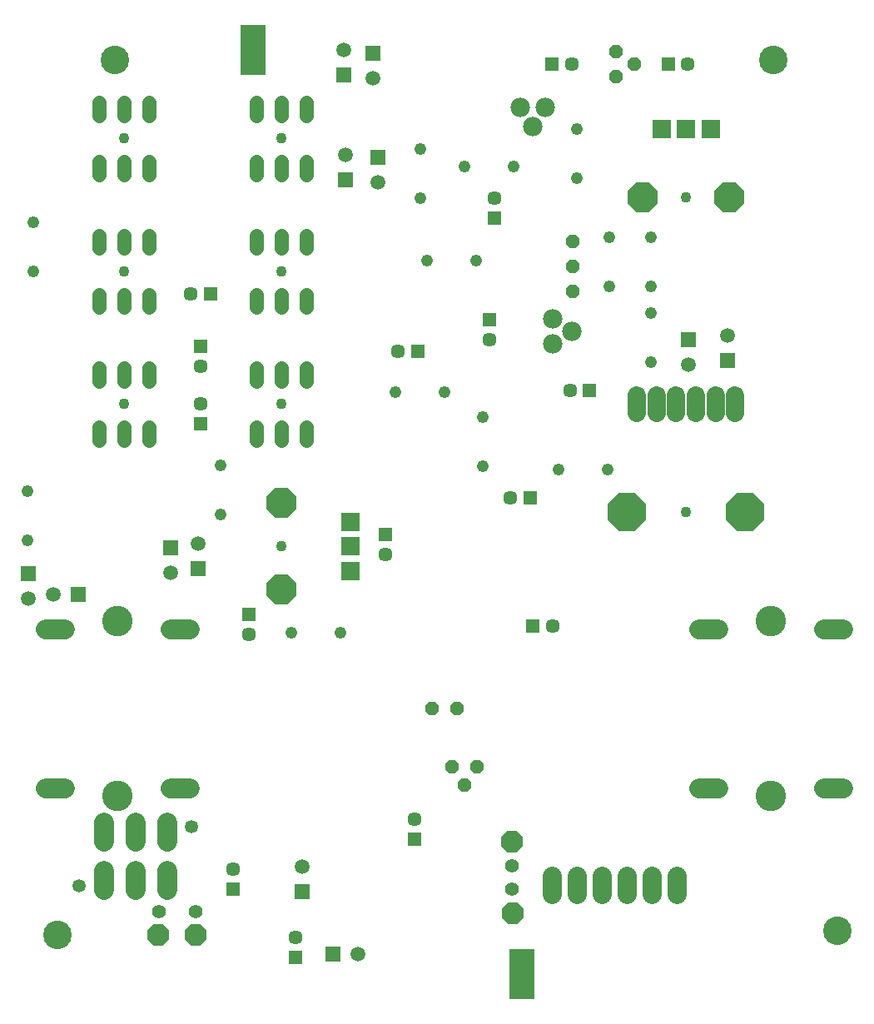
<source format=gbr>
G04 EAGLE Gerber X2 export*
%TF.Part,Single*%
%TF.FileFunction,Soldermask,Bot,1*%
%TF.FilePolarity,Positive*%
%TF.GenerationSoftware,Autodesk,EAGLE,9.2.2*%
%TF.CreationDate,2019-01-20T16:46:20Z*%
G75*
%MOMM*%
%FSLAX34Y34*%
%LPD*%
%INSoldermask Bottom*%
%AMOC8*
5,1,8,0,0,1.08239X$1,22.5*%
G01*
%ADD10C,1.244600*%
%ADD11R,1.451600X1.451600*%
%ADD12C,1.451600*%
%ADD13C,1.509600*%
%ADD14R,1.509600X1.509600*%
%ADD15C,1.422400*%
%ADD16C,1.101600*%
%ADD17C,2.051600*%
%ADD18C,3.101600*%
%ADD19P,1.539592X8X202.500000*%
%ADD20P,2.446851X8X112.500000*%
%ADD21C,1.981200*%
%ADD22P,1.539592X8X292.500000*%
%ADD23P,1.539592X8X112.500000*%
%ADD24R,1.981200X1.981200*%
%ADD25P,3.357141X8X112.500000*%
%ADD26P,3.357141X8X22.500000*%
%ADD27P,2.446851X8X22.500000*%
%ADD28P,2.446851X8X202.500000*%
%ADD29C,1.901600*%
%ADD30P,4.233877X8X22.500000*%
%ADD31C,1.981200*%
%ADD32C,1.351600*%
%ADD33C,2.901600*%
%ADD34R,2.641600X5.181600*%
%ADD35C,1.401600*%


D10*
X369510Y377210D03*
X319510Y377210D03*
D11*
X525700Y799150D03*
D12*
X525700Y819150D03*
D11*
X520700Y695800D03*
D12*
X520700Y675800D03*
D11*
X227212Y668498D03*
D12*
X227212Y648498D03*
D11*
X622749Y624127D03*
D12*
X602749Y624127D03*
D11*
X448150Y663480D03*
D12*
X428150Y663480D03*
D10*
X514350Y596500D03*
X514350Y546500D03*
X247334Y497833D03*
X247334Y547833D03*
D11*
X227423Y590350D03*
D12*
X227423Y610350D03*
D11*
X562450Y514350D03*
D12*
X542450Y514350D03*
D11*
X564801Y384258D03*
D12*
X584801Y384258D03*
D10*
X50691Y471019D03*
X50691Y521019D03*
D11*
X237276Y722116D03*
D12*
X217276Y722116D03*
D10*
X591173Y543656D03*
X641173Y543656D03*
D11*
X414670Y477000D03*
D12*
X414670Y457000D03*
D11*
X276580Y395840D03*
D12*
X276580Y375840D03*
D10*
X684850Y652588D03*
X684850Y702588D03*
D11*
X323850Y47150D03*
D12*
X323850Y67150D03*
D11*
X444500Y167800D03*
D12*
X444500Y187800D03*
D11*
X260350Y117000D03*
D12*
X260350Y137000D03*
D10*
X57150Y745160D03*
X57150Y795160D03*
D11*
X702740Y955743D03*
D12*
X722740Y955743D03*
D11*
X584360Y955743D03*
D12*
X604360Y955743D03*
D10*
X609600Y839380D03*
X609600Y889380D03*
X545700Y851870D03*
X495700Y851870D03*
D13*
X387350Y50800D03*
D14*
X361950Y50800D03*
D13*
X330200Y139700D03*
D14*
X330200Y114300D03*
D15*
X334200Y708396D02*
X334200Y721604D01*
X309200Y721604D02*
X309200Y708396D01*
X284200Y708396D02*
X284200Y721604D01*
X284200Y768396D02*
X284200Y781604D01*
X309200Y781604D02*
X309200Y768396D01*
X334200Y768396D02*
X334200Y781604D01*
D16*
X309200Y745000D03*
D17*
X89050Y218850D02*
X69550Y218850D01*
X69550Y381150D02*
X89050Y381150D01*
X196550Y218850D02*
X216050Y218850D01*
X216050Y381150D02*
X196550Y381150D01*
D18*
X142800Y211100D03*
X142800Y388900D03*
D19*
X487700Y300000D03*
X462300Y300000D03*
D20*
X543560Y165100D03*
X544560Y92280D03*
D15*
X334200Y843396D02*
X334200Y856604D01*
X309200Y856604D02*
X309200Y843396D01*
X284200Y843396D02*
X284200Y856604D01*
X284200Y903396D02*
X284200Y916604D01*
X309200Y916604D02*
X309200Y903396D01*
X334200Y903396D02*
X334200Y916604D01*
D16*
X309200Y880000D03*
D15*
X124200Y903396D02*
X124200Y916604D01*
X149200Y916604D02*
X149200Y903396D01*
X174200Y903396D02*
X174200Y916604D01*
X174200Y856604D02*
X174200Y843396D01*
X149200Y843396D02*
X149200Y856604D01*
X124200Y856604D02*
X124200Y843396D01*
D16*
X149200Y880000D03*
D17*
X861050Y381150D02*
X880550Y381150D01*
X880550Y218850D02*
X861050Y218850D01*
X753550Y381150D02*
X734050Y381150D01*
X734050Y218850D02*
X753550Y218850D01*
D18*
X807300Y388900D03*
X807300Y211100D03*
D21*
X577850Y911320D03*
X565150Y892270D03*
X552450Y911320D03*
D22*
X649240Y943045D03*
X668290Y955745D03*
X649240Y968445D03*
D23*
X605467Y775216D03*
X605467Y749816D03*
X605467Y724416D03*
D21*
X585360Y696580D03*
X604410Y683880D03*
X585360Y671180D03*
D24*
X695800Y890000D03*
X720800Y890000D03*
X745800Y890000D03*
D25*
X676800Y820000D03*
X764800Y820000D03*
D16*
X720800Y820000D03*
D13*
X374650Y863600D03*
D14*
X374650Y838200D03*
D13*
X407339Y835715D03*
D14*
X407339Y861115D03*
D13*
X723362Y650113D03*
D14*
X723362Y675513D03*
D13*
X763270Y679450D03*
D14*
X763270Y654050D03*
D24*
X379200Y490400D03*
X379200Y465400D03*
X379200Y440400D03*
D26*
X309200Y509400D03*
X309200Y421400D03*
D16*
X309200Y465400D03*
D15*
X124200Y768396D02*
X124200Y781604D01*
X149200Y781604D02*
X149200Y768396D01*
X174200Y768396D02*
X174200Y781604D01*
X174200Y721604D02*
X174200Y708396D01*
X149200Y708396D02*
X149200Y721604D01*
X124200Y721604D02*
X124200Y708396D01*
D16*
X149200Y745000D03*
D27*
X184150Y69850D03*
D28*
X222250Y69850D03*
D29*
X690800Y601000D02*
X690800Y619000D01*
X670800Y619000D02*
X670800Y601000D01*
X770800Y601000D02*
X770800Y619000D01*
X710800Y619000D02*
X710800Y601000D01*
X730800Y601000D02*
X730800Y619000D01*
X750800Y619000D02*
X750800Y601000D01*
D30*
X660800Y500000D03*
X780800Y500000D03*
D16*
X720800Y500000D03*
D31*
X711200Y130048D02*
X711200Y111252D01*
X685800Y111252D02*
X685800Y130048D01*
X660400Y130048D02*
X660400Y111252D01*
X635000Y111252D02*
X635000Y130048D01*
X609600Y130048D02*
X609600Y111252D01*
X584200Y111252D02*
X584200Y130048D01*
D17*
X128800Y135000D02*
X128800Y115500D01*
X160800Y115500D02*
X160800Y135000D01*
X192800Y135000D02*
X192800Y115500D01*
X192800Y165000D02*
X192800Y184500D01*
X160800Y184500D02*
X160800Y165000D01*
X128800Y165000D02*
X128800Y184500D01*
D32*
X103800Y120000D03*
X217800Y180000D03*
D33*
X140000Y960000D03*
X810000Y960000D03*
D10*
X507200Y755650D03*
X457200Y755650D03*
X475450Y622300D03*
X425450Y622300D03*
D34*
X280520Y970000D03*
X554290Y30220D03*
D10*
X643046Y779801D03*
X643046Y729801D03*
X450850Y869550D03*
X450850Y819550D03*
D13*
X402249Y941311D03*
D14*
X402249Y966711D03*
D13*
X372429Y970281D03*
D14*
X372429Y944881D03*
D19*
X482600Y241300D03*
X495300Y222250D03*
X508000Y241300D03*
D15*
X124200Y633396D02*
X124200Y646604D01*
X149200Y646604D02*
X149200Y633396D01*
X174200Y633396D02*
X174200Y646604D01*
X174200Y586604D02*
X174200Y573396D01*
X149200Y573396D02*
X149200Y586604D01*
X124200Y586604D02*
X124200Y573396D01*
D16*
X149200Y610000D03*
D15*
X334200Y586604D02*
X334200Y573396D01*
X309200Y573396D02*
X309200Y586604D01*
X284200Y586604D02*
X284200Y573396D01*
X284200Y633396D02*
X284200Y646604D01*
X309200Y646604D02*
X309200Y633396D01*
X334200Y633396D02*
X334200Y646604D01*
D16*
X309200Y610000D03*
D10*
X684919Y729425D03*
X684919Y779425D03*
D33*
X81480Y69880D03*
X874680Y74500D03*
D35*
X184780Y93940D03*
X221740Y93940D03*
X543600Y117040D03*
X543600Y140140D03*
D13*
X224152Y467974D03*
D14*
X224152Y442574D03*
D13*
X196571Y438828D03*
D14*
X196571Y464228D03*
D13*
X51756Y412250D03*
D14*
X51756Y437650D03*
D13*
X77080Y416419D03*
D14*
X102480Y416419D03*
M02*

</source>
